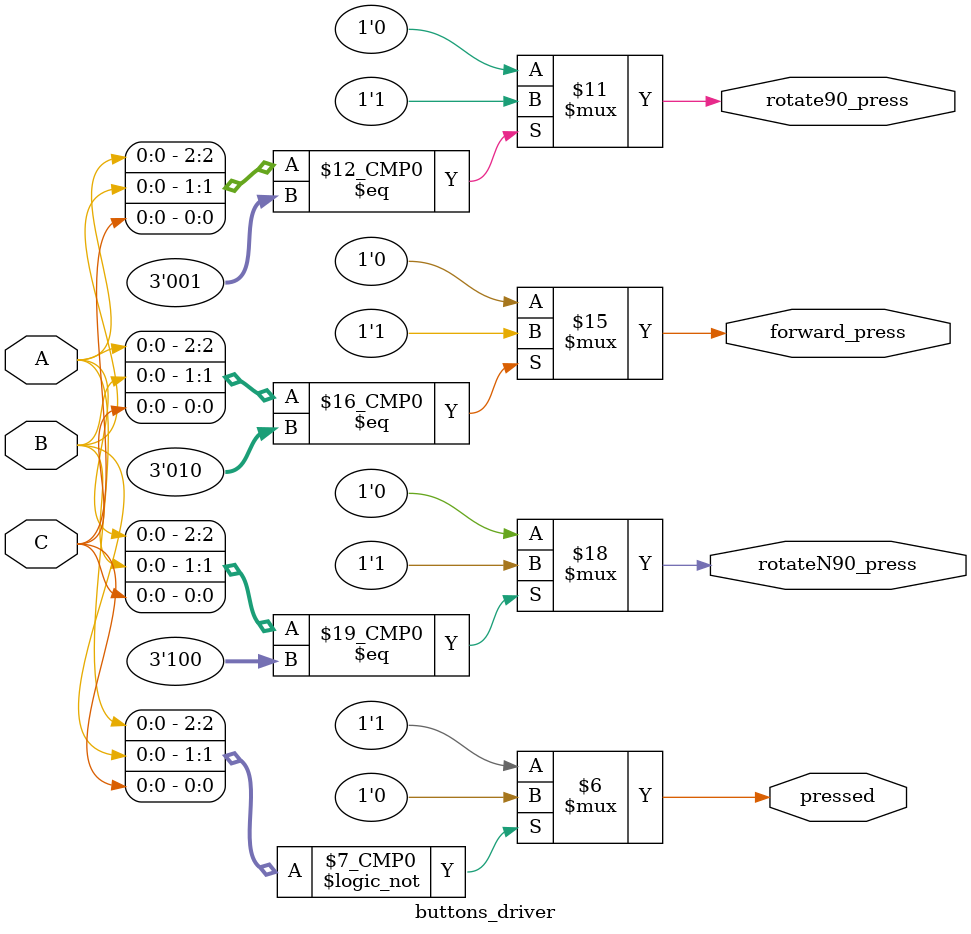
<source format=v>
`timescale 1ns / 1ps


module buttons_driver(
    input A, B, C, 
    output reg rotateN90_press, //A
    output reg forward_press, //B
    output reg rotate90_press, //C
    output reg pressed
    );

    always @* begin
      //check if only one
      case({A, B, C})
      	3'b000: begin
      		//none
      		rotateN90_press = 1'b0;
		forward_press = 1'b0;
		rotate90_press = 1'b0;
		pressed = 1'b0;
	end
        3'b001: begin
        	rotateN90_press = 1'b0; // C
        	forward_press = 1'b0;
        	rotate90_press = 1'b1;
        	pressed = 1'b1;
	end
        3'b010: begin
        	rotateN90_press = 1'b0;
        	forward_press = 1'b1; // B
        	rotate90_press = 1'b0;
        	pressed = 1'b1;
        end
        3'b100: begin
        	rotateN90_press = 1'b1; //A
        	forward_press = 1'b0;
        	rotate90_press = 1'b0;
        	pressed = 1'b1;
        end
        default: begin
        	//multiple pressed
        	rotateN90_press = 1'b0;
        	forward_press = 1'b0;
        	rotate90_press = 1'b0;
        	pressed = 1'b1;
        end
      endcase
  end

endmodule


</source>
